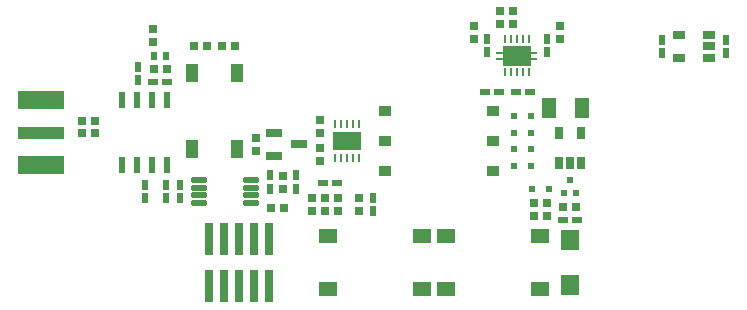
<source format=gbr>
%TF.GenerationSoftware,Altium Limited,Altium Designer,25.2.1 (25)*%
G04 Layer_Color=8421504*
%FSLAX45Y45*%
%MOMM*%
%TF.SameCoordinates,2968D444-F816-4350-AB46-43E4CE3DDFF8*%
%TF.FilePolarity,Positive*%
%TF.FileFunction,Paste,Top*%
%TF.Part,Single*%
G01*
G75*
%TA.AperFunction,SMDPad,CuDef*%
G04:AMPARAMS|DCode=12|XSize=0.6mm|YSize=1.1mm|CornerRadius=0.051mm|HoleSize=0mm|Usage=FLASHONLY|Rotation=270.000|XOffset=0mm|YOffset=0mm|HoleType=Round|Shape=RoundedRectangle|*
%AMROUNDEDRECTD12*
21,1,0.60000,0.99800,0,0,270.0*
21,1,0.49800,1.10000,0,0,270.0*
1,1,0.10200,-0.49900,-0.24900*
1,1,0.10200,-0.49900,0.24900*
1,1,0.10200,0.49900,0.24900*
1,1,0.10200,0.49900,-0.24900*
%
%ADD12ROUNDEDRECTD12*%
%ADD13R,0.60000X0.85000*%
%ADD14R,0.65000X0.80000*%
%ADD15R,0.57000X0.64000*%
%ADD16R,0.80000X0.65000*%
%ADD17R,0.60000X1.45000*%
G04:AMPARAMS|DCode=18|XSize=0.45mm|YSize=1.4mm|CornerRadius=0.1125mm|HoleSize=0mm|Usage=FLASHONLY|Rotation=270.000|XOffset=0mm|YOffset=0mm|HoleType=Round|Shape=RoundedRectangle|*
%AMROUNDEDRECTD18*
21,1,0.45000,1.17500,0,0,270.0*
21,1,0.22500,1.40000,0,0,270.0*
1,1,0.22500,-0.58750,-0.11250*
1,1,0.22500,-0.58750,0.11250*
1,1,0.22500,0.58750,0.11250*
1,1,0.22500,0.58750,-0.11250*
%
%ADD18ROUNDEDRECTD18*%
%ADD19R,1.35000X0.65000*%
G04:AMPARAMS|DCode=20|XSize=0.6mm|YSize=0.25mm|CornerRadius=0.05mm|HoleSize=0mm|Usage=FLASHONLY|Rotation=0.000|XOffset=0mm|YOffset=0mm|HoleType=Round|Shape=RoundedRectangle|*
%AMROUNDEDRECTD20*
21,1,0.60000,0.15000,0,0,0.0*
21,1,0.50000,0.25000,0,0,0.0*
1,1,0.10000,0.25000,-0.07500*
1,1,0.10000,-0.25000,-0.07500*
1,1,0.10000,-0.25000,0.07500*
1,1,0.10000,0.25000,0.07500*
%
%ADD20ROUNDEDRECTD20*%
G04:AMPARAMS|DCode=21|XSize=1.65mm|YSize=2.4mm|CornerRadius=0.05mm|HoleSize=0mm|Usage=FLASHONLY|Rotation=90.000|XOffset=0mm|YOffset=0mm|HoleType=Round|Shape=RoundedRectangle|*
%AMROUNDEDRECTD21*
21,1,1.65000,2.30000,0,0,90.0*
21,1,1.55000,2.40000,0,0,90.0*
1,1,0.10000,1.15000,0.77500*
1,1,0.10000,1.15000,-0.77500*
1,1,0.10000,-1.15000,-0.77500*
1,1,0.10000,-1.15000,0.77500*
%
%ADD21ROUNDEDRECTD21*%
G04:AMPARAMS|DCode=22|XSize=0.6mm|YSize=0.25mm|CornerRadius=0.05mm|HoleSize=0mm|Usage=FLASHONLY|Rotation=90.000|XOffset=0mm|YOffset=0mm|HoleType=Round|Shape=RoundedRectangle|*
%AMROUNDEDRECTD22*
21,1,0.60000,0.15000,0,0,90.0*
21,1,0.50000,0.25000,0,0,90.0*
1,1,0.10000,0.07500,0.25000*
1,1,0.10000,0.07500,-0.25000*
1,1,0.10000,-0.07500,-0.25000*
1,1,0.10000,-0.07500,0.25000*
%
%ADD22ROUNDEDRECTD22*%
%ADD23R,2.38000X1.65000*%
%ADD24R,0.25000X0.70000*%
G04:AMPARAMS|DCode=25|XSize=0.6mm|YSize=1.1mm|CornerRadius=0.051mm|HoleSize=0mm|Usage=FLASHONLY|Rotation=180.000|XOffset=0mm|YOffset=0mm|HoleType=Round|Shape=RoundedRectangle|*
%AMROUNDEDRECTD25*
21,1,0.60000,0.99800,0,0,180.0*
21,1,0.49800,1.10000,0,0,180.0*
1,1,0.10200,-0.24900,0.49900*
1,1,0.10200,0.24900,0.49900*
1,1,0.10200,0.24900,-0.49900*
1,1,0.10200,-0.24900,-0.49900*
%
%ADD25ROUNDEDRECTD25*%
%ADD26R,1.12000X0.96000*%
%ADD27R,1.00000X1.60000*%
%ADD28R,1.55000X1.30000*%
%ADD29R,0.53000X0.53000*%
%TA.AperFunction,ConnectorPad*%
%ADD30R,4.00000X1.00000*%
%ADD31R,4.00000X1.50000*%
%TA.AperFunction,SMDPad,CuDef*%
%ADD32R,0.65000X2.76000*%
%ADD33R,1.50000X1.75000*%
%ADD34R,0.50000X0.60000*%
%ADD35R,0.85000X0.60000*%
%ADD36R,1.30000X1.80000*%
D12*
X2120000Y635000D02*
D03*
Y825000D02*
D03*
X2380000D02*
D03*
Y730000D02*
D03*
Y635000D02*
D03*
D13*
X1980000Y787500D02*
D03*
Y672500D02*
D03*
X2520000Y787500D02*
D03*
Y672500D02*
D03*
X-470000Y-667500D02*
D03*
Y-552500D02*
D03*
X-2220000Y-442500D02*
D03*
Y-557500D02*
D03*
X-2400000D02*
D03*
Y-442500D02*
D03*
X-2460000Y442500D02*
D03*
Y557500D02*
D03*
X-1340000Y-477500D02*
D03*
Y-362500D02*
D03*
X-2100000Y-557500D02*
D03*
Y-442500D02*
D03*
X1005000Y677501D02*
D03*
Y792501D02*
D03*
X-1120000Y-362500D02*
D03*
Y-477500D02*
D03*
X495000Y792501D02*
D03*
Y677501D02*
D03*
D14*
X-590000Y-555000D02*
D03*
Y-665000D02*
D03*
X-2330000Y875000D02*
D03*
Y765000D02*
D03*
X-980000Y-665000D02*
D03*
Y-555000D02*
D03*
X-1230000Y-475000D02*
D03*
Y-365000D02*
D03*
X-870000Y-555000D02*
D03*
Y-665000D02*
D03*
X-760000Y-555000D02*
D03*
Y-665000D02*
D03*
X1115000Y905000D02*
D03*
Y795000D02*
D03*
X720000Y915000D02*
D03*
Y1025000D02*
D03*
X610000Y915000D02*
D03*
Y1025000D02*
D03*
X-1460000Y-155000D02*
D03*
Y-45000D02*
D03*
X385000Y795000D02*
D03*
Y905000D02*
D03*
X-920000Y-245000D02*
D03*
Y-135000D02*
D03*
Y105000D02*
D03*
Y-5000D02*
D03*
D15*
X-2319000Y650000D02*
D03*
X-2221000Y650000D02*
D03*
D16*
X-1985000Y730000D02*
D03*
X-1875000Y730000D02*
D03*
X-1745000Y730000D02*
D03*
X-1635000Y730000D02*
D03*
X-2325000Y540000D02*
D03*
X-2215000D02*
D03*
X-2825000Y100000D02*
D03*
X-2935000D02*
D03*
X-2825000Y0D02*
D03*
X-2935000D02*
D03*
X-1335000Y-640000D02*
D03*
X-1225000D02*
D03*
X895000Y-710000D02*
D03*
X1005000D02*
D03*
X1005000Y-600000D02*
D03*
X895000D02*
D03*
X1255000Y-630000D02*
D03*
X1145000D02*
D03*
D17*
X-2590500Y-272500D02*
D03*
X-2463500D02*
D03*
X-2336500D02*
D03*
X-2209500D02*
D03*
X-2590500Y272500D02*
D03*
X-2463500D02*
D03*
X-2336500D02*
D03*
X-2209500D02*
D03*
D18*
X-1940000Y-402500D02*
D03*
Y-467500D02*
D03*
Y-532500D02*
D03*
Y-597500D02*
D03*
X-1500000Y-402500D02*
D03*
Y-467500D02*
D03*
Y-532500D02*
D03*
Y-597500D02*
D03*
D19*
X-1307500Y-5000D02*
D03*
Y-195000D02*
D03*
X-1092500Y-100000D02*
D03*
D20*
X890000Y625000D02*
D03*
X610000D02*
D03*
X890000Y675000D02*
D03*
X610000D02*
D03*
D21*
X750000Y650000D02*
D03*
D22*
X650000Y790000D02*
D03*
X700000D02*
D03*
X750000D02*
D03*
X800000D02*
D03*
X850000D02*
D03*
Y510000D02*
D03*
X800000D02*
D03*
X750000D02*
D03*
X700000D02*
D03*
X650000D02*
D03*
D23*
X-690000Y-70000D02*
D03*
D24*
X-590000Y-212500D02*
D03*
X-640000D02*
D03*
X-690000D02*
D03*
X-740000D02*
D03*
X-790000D02*
D03*
Y72500D02*
D03*
X-740000D02*
D03*
X-690000D02*
D03*
X-640000D02*
D03*
X-590000D02*
D03*
D25*
X1105000Y-260000D02*
D03*
X1200000D02*
D03*
X1295000D02*
D03*
Y0D02*
D03*
X1105000D02*
D03*
D26*
X547000Y184000D02*
D03*
Y-70000D02*
D03*
Y-324000D02*
D03*
X-367000D02*
D03*
Y-70000D02*
D03*
Y184000D02*
D03*
D27*
X-2000000Y500000D02*
D03*
X-1620000D02*
D03*
Y-140000D02*
D03*
X-2000000D02*
D03*
D28*
X-52500Y-875000D02*
D03*
Y-1325000D02*
D03*
X-847500D02*
D03*
Y-875000D02*
D03*
X947501D02*
D03*
Y-1325000D02*
D03*
X152500D02*
D03*
Y-875000D02*
D03*
D29*
X1200000Y-405000D02*
D03*
X1250000Y-515000D02*
D03*
X1150000D02*
D03*
D30*
X-3275000Y0D02*
D03*
D31*
Y277000D02*
D03*
Y-277000D02*
D03*
D32*
X-1346000Y-898000D02*
D03*
Y-1302000D02*
D03*
X-1473000Y-898000D02*
D03*
Y-1302000D02*
D03*
X-1600000Y-898000D02*
D03*
Y-1302000D02*
D03*
X-1727000Y-898000D02*
D03*
Y-1302000D02*
D03*
X-1854000Y-898000D02*
D03*
Y-1302000D02*
D03*
D33*
X1200001Y-912500D02*
D03*
Y-1287500D02*
D03*
D34*
X870000Y0D02*
D03*
X730000D02*
D03*
X870000Y140000D02*
D03*
X730000D02*
D03*
X730000Y-140000D02*
D03*
X870000D02*
D03*
X730000Y-280000D02*
D03*
X870000D02*
D03*
X1020000Y-480000D02*
D03*
X880000D02*
D03*
D35*
X-2327500Y430000D02*
D03*
X-2212500D02*
D03*
X-772500Y-430000D02*
D03*
X-887500D02*
D03*
X857500Y340000D02*
D03*
X742500D02*
D03*
X597500D02*
D03*
X482500D02*
D03*
X1257500Y-740000D02*
D03*
X1142500D02*
D03*
D36*
X1300000Y210000D02*
D03*
X1020000D02*
D03*
%TF.MD5,01b282948817fd319fbe6f5f400f8080*%
M02*

</source>
